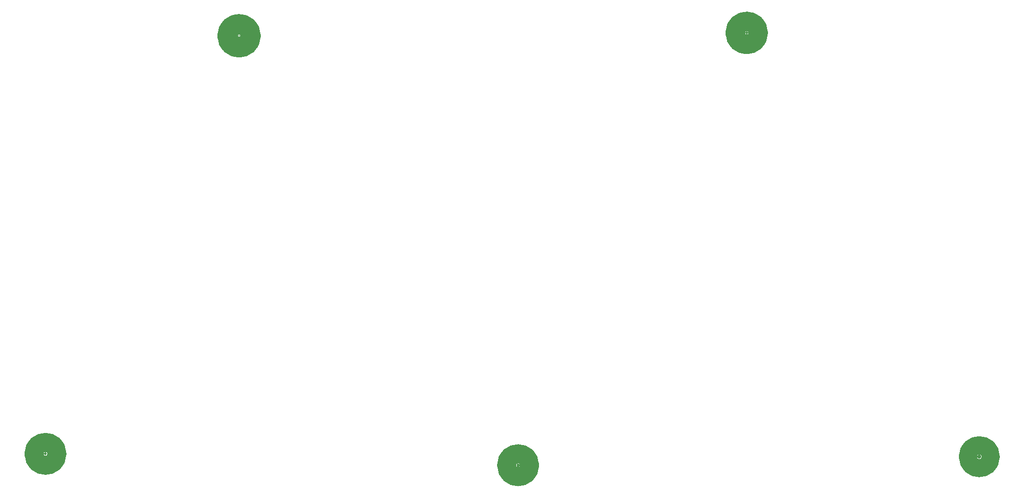
<source format=gbs>
%TF.GenerationSoftware,KiCad,Pcbnew,9.0.4*%
%TF.CreationDate,2025-11-17T00:44:37-05:00*%
%TF.ProjectId,new_plasma_pcb,6e65775f-706c-4617-936d-615f7063622e,rev?*%
%TF.SameCoordinates,Original*%
%TF.FileFunction,Soldermask,Bot*%
%TF.FilePolarity,Negative*%
%FSLAX46Y46*%
G04 Gerber Fmt 4.6, Leading zero omitted, Abs format (unit mm)*
G04 Created by KiCad (PCBNEW 9.0.4) date 2025-11-17 00:44:37*
%MOMM*%
%LPD*%
G01*
G04 APERTURE LIST*
%ADD10C,3.600000*%
%ADD11C,3.500000*%
%ADD12C,3.350000*%
%ADD13C,3.400000*%
%ADD14C,3.200000*%
%ADD15C,0.300000*%
%ADD16C,0.500000*%
%ADD17C,0.600000*%
%ADD18C,0.700000*%
G04 APERTURE END LIST*
D10*
%TO.C,REF\u002A\u002A*%
X100500000Y-61000000D02*
G75*
G02*
X96500000Y-61000000I-2000000J0D01*
G01*
X96500000Y-61000000D02*
G75*
G02*
X100500000Y-61000000I2000000J0D01*
G01*
D11*
X189650000Y-60500000D02*
G75*
G02*
X185650000Y-60500000I-2000000J0D01*
G01*
X185650000Y-60500000D02*
G75*
G02*
X189650000Y-60500000I2000000J0D01*
G01*
D12*
X149500000Y-136500000D02*
G75*
G02*
X145500000Y-136500000I-2000000J0D01*
G01*
X145500000Y-136500000D02*
G75*
G02*
X149500000Y-136500000I2000000J0D01*
G01*
D13*
X66500000Y-134500000D02*
G75*
G02*
X62500000Y-134500000I-2000000J0D01*
G01*
X62500000Y-134500000D02*
G75*
G02*
X66500000Y-134500000I2000000J0D01*
G01*
D14*
X230500000Y-135000000D02*
G75*
G02*
X226500000Y-135000000I-2000000J0D01*
G01*
X226500000Y-135000000D02*
G75*
G02*
X230500000Y-135000000I2000000J0D01*
G01*
%TD*%
D15*
%TO.C,REF\u002A\u002A*%
X98500000Y-61000000D03*
%TD*%
D16*
%TO.C,REF\u002A\u002A*%
X187650000Y-60500000D03*
%TD*%
D17*
%TO.C,REF\u002A\u002A*%
X147500000Y-136500000D03*
%TD*%
D16*
%TO.C,REF\u002A\u002A*%
X64500000Y-134500000D03*
%TD*%
D18*
%TO.C,REF\u002A\u002A*%
X228500000Y-135000000D03*
%TD*%
M02*

</source>
